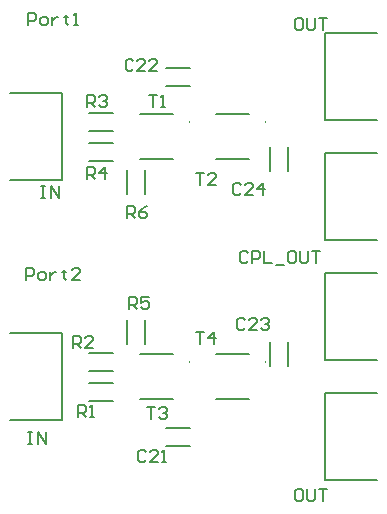
<source format=gto>
G04*
G04 #@! TF.GenerationSoftware,Altium Limited,Altium Designer,24.4.1 (13)*
G04*
G04 Layer_Color=65535*
%FSLAX25Y25*%
%MOIN*%
G70*
G04*
G04 #@! TF.SameCoordinates,70BA40AD-3E04-444A-AD5C-AF6B0887806A*
G04*
G04*
G04 #@! TF.FilePolarity,Positive*
G04*
G01*
G75*
%ADD10C,0.00787*%
%ADD11C,0.00500*%
%ADD12C,0.00600*%
%ADD13C,0.00700*%
D10*
X-29104Y-15051D02*
G03*
X-29104Y-15051I-199J0D01*
G01*
X-29104Y-95051D02*
G03*
X-29104Y-95051I-199J0D01*
G01*
X-54419Y-15051D02*
G03*
X-54419Y-15051I-199J0D01*
G01*
Y-95051D02*
G03*
X-54419Y-95051I-199J0D01*
G01*
X-45539Y-12500D02*
X-34555D01*
X-45539Y-27500D02*
X-34555D01*
X-45539Y-92500D02*
X-34555D01*
X-45539Y-107500D02*
X-34555D01*
X-70854Y-12500D02*
X-59870D01*
X-70854Y-27500D02*
X-59870D01*
X-70854Y-92500D02*
X-59870D01*
X-70854Y-107500D02*
X-59870D01*
D11*
X-114362Y-5500D02*
X-96862D01*
X-114362Y-34500D02*
X-96862D01*
Y-5500D01*
X-114362Y-85500D02*
X-96862D01*
X-114362Y-114500D02*
X-96862D01*
Y-85500D01*
X-9500Y-54500D02*
Y-25500D01*
X8000D01*
X-9500Y-54500D02*
X8000D01*
X-27547Y-23500D02*
X-27547Y-31500D01*
X-21547Y-23500D02*
X-21547Y-31500D01*
X-9500Y-94500D02*
Y-65500D01*
X8000D01*
X-9500Y-94500D02*
X8000D01*
X-62362Y3000D02*
X-54362D01*
X-62362Y-3000D02*
X-54362D01*
X-9500Y-14500D02*
Y14500D01*
X8000D01*
X-9500Y-14500D02*
X8000D01*
X-69362Y-39000D02*
Y-31000D01*
X-75362Y-39000D02*
Y-31000D01*
X-87862Y-22000D02*
X-79862D01*
X-87862Y-28000D02*
X-79862D01*
X-87862Y-12000D02*
X-79862D01*
X-87862Y-18000D02*
X-79862D01*
X-87862Y-92000D02*
X-79862D01*
X-87862Y-98000D02*
X-79862D01*
X-87862Y-102000D02*
X-79862D01*
X-87862Y-108000D02*
X-79862D01*
X-75362Y-89000D02*
Y-81000D01*
X-69362Y-89000D02*
Y-81000D01*
X-9500Y-134500D02*
Y-105500D01*
X8000D01*
X-9500Y-134500D02*
X8000D01*
X-21547Y-96500D02*
Y-88500D01*
X-27547Y-96500D02*
Y-88500D01*
X-62362Y-117000D02*
X-54362D01*
X-62362Y-123000D02*
X-54362D01*
D12*
X-52259Y-32001D02*
X-49593D01*
X-50926D01*
Y-35999D01*
X-45594D02*
X-48260D01*
X-45594Y-33334D01*
Y-32667D01*
X-46261Y-32001D01*
X-47594D01*
X-48260Y-32667D01*
X-52259Y-85001D02*
X-49593D01*
X-50926D01*
Y-88999D01*
X-46261D02*
Y-85001D01*
X-48260Y-87000D01*
X-45594D01*
X-37213Y-36167D02*
X-37879Y-35501D01*
X-39212D01*
X-39879Y-36167D01*
Y-38833D01*
X-39212Y-39499D01*
X-37879D01*
X-37213Y-38833D01*
X-33214Y-39499D02*
X-35880D01*
X-33214Y-36834D01*
Y-36167D01*
X-33881Y-35501D01*
X-35214D01*
X-35880Y-36167D01*
X-29882Y-39499D02*
Y-35501D01*
X-31881Y-37500D01*
X-29216D01*
X-108400Y17100D02*
Y21099D01*
X-106401D01*
X-105734Y20432D01*
Y19099D01*
X-106401Y18433D01*
X-108400D01*
X-103735Y17100D02*
X-102402D01*
X-101735Y17766D01*
Y19099D01*
X-102402Y19766D01*
X-103735D01*
X-104401Y19099D01*
Y17766D01*
X-103735Y17100D01*
X-100403Y19766D02*
Y17100D01*
Y18433D01*
X-99736Y19099D01*
X-99070Y19766D01*
X-98403D01*
X-95737Y20432D02*
Y19766D01*
X-96404D01*
X-95071D01*
X-95737D01*
Y17766D01*
X-95071Y17100D01*
X-93072D02*
X-91739D01*
X-92405D01*
Y21099D01*
X-93072Y20432D01*
X-17327Y19599D02*
X-18660D01*
X-19327Y18932D01*
Y16266D01*
X-18660Y15600D01*
X-17327D01*
X-16661Y16266D01*
Y18932D01*
X-17327Y19599D01*
X-15328D02*
Y16266D01*
X-14662Y15600D01*
X-13329D01*
X-12662Y16266D01*
Y19599D01*
X-11329D02*
X-8664D01*
X-9996D01*
Y15600D01*
X-103921Y-36401D02*
X-102588D01*
X-103254D01*
Y-40400D01*
X-103921D01*
X-102588D01*
X-100589D02*
Y-36401D01*
X-97923Y-40400D01*
Y-36401D01*
X-108421Y-118401D02*
X-107088D01*
X-107754D01*
Y-122400D01*
X-108421D01*
X-107088D01*
X-105089D02*
Y-118401D01*
X-102423Y-122400D01*
Y-118401D01*
X-17327Y-137401D02*
X-18660D01*
X-19327Y-138068D01*
Y-140734D01*
X-18660Y-141400D01*
X-17327D01*
X-16661Y-140734D01*
Y-138068D01*
X-17327Y-137401D01*
X-15328D02*
Y-140734D01*
X-14662Y-141400D01*
X-13329D01*
X-12662Y-140734D01*
Y-137401D01*
X-11329D02*
X-8664D01*
X-9996D01*
Y-141400D01*
X-108900Y-67900D02*
Y-63901D01*
X-106901D01*
X-106234Y-64568D01*
Y-65901D01*
X-106901Y-66567D01*
X-108900D01*
X-104235Y-67900D02*
X-102902D01*
X-102235Y-67234D01*
Y-65901D01*
X-102902Y-65234D01*
X-104235D01*
X-104901Y-65901D01*
Y-67234D01*
X-104235Y-67900D01*
X-100903Y-65234D02*
Y-67900D01*
Y-66567D01*
X-100236Y-65901D01*
X-99570Y-65234D01*
X-98903D01*
X-96237Y-64568D02*
Y-65234D01*
X-96904D01*
X-95571D01*
X-96237D01*
Y-67234D01*
X-95571Y-67900D01*
X-90906D02*
X-93572D01*
X-90906Y-65234D01*
Y-64568D01*
X-91572Y-63901D01*
X-92905D01*
X-93572Y-64568D01*
X-68028Y-6001D02*
X-65362D01*
X-66695D01*
Y-9999D01*
X-64029D02*
X-62696D01*
X-63363D01*
Y-6001D01*
X-64029Y-6667D01*
X-68694Y-110001D02*
X-66029D01*
X-67361D01*
Y-113999D01*
X-64696Y-110667D02*
X-64029Y-110001D01*
X-62696D01*
X-62030Y-110667D01*
Y-111334D01*
X-62696Y-112000D01*
X-63363D01*
X-62696D01*
X-62030Y-112666D01*
Y-113333D01*
X-62696Y-113999D01*
X-64029D01*
X-64696Y-113333D01*
X-75259Y-46999D02*
Y-43001D01*
X-73260D01*
X-72593Y-43667D01*
Y-45000D01*
X-73260Y-45666D01*
X-75259D01*
X-73926D02*
X-72593Y-46999D01*
X-68594Y-43001D02*
X-69927Y-43667D01*
X-71260Y-45000D01*
Y-46333D01*
X-70594Y-46999D01*
X-69261D01*
X-68594Y-46333D01*
Y-45666D01*
X-69261Y-45000D01*
X-71260D01*
X-74759Y-77499D02*
Y-73501D01*
X-72760D01*
X-72093Y-74167D01*
Y-75500D01*
X-72760Y-76166D01*
X-74759D01*
X-73426D02*
X-72093Y-77499D01*
X-68094Y-73501D02*
X-70760D01*
Y-75500D01*
X-69427Y-74834D01*
X-68761D01*
X-68094Y-75500D01*
Y-76833D01*
X-68761Y-77499D01*
X-70094D01*
X-70760Y-76833D01*
X-88694Y-33999D02*
Y-30001D01*
X-86695D01*
X-86029Y-30667D01*
Y-32000D01*
X-86695Y-32666D01*
X-88694D01*
X-87362D02*
X-86029Y-33999D01*
X-82696D02*
Y-30001D01*
X-84696Y-32000D01*
X-82030D01*
X-88694Y-9999D02*
Y-6001D01*
X-86695D01*
X-86029Y-6667D01*
Y-8000D01*
X-86695Y-8666D01*
X-88694D01*
X-87362D02*
X-86029Y-9999D01*
X-84696Y-6667D02*
X-84029Y-6001D01*
X-82696D01*
X-82030Y-6667D01*
Y-7333D01*
X-82696Y-8000D01*
X-83363D01*
X-82696D01*
X-82030Y-8666D01*
Y-9333D01*
X-82696Y-9999D01*
X-84029D01*
X-84696Y-9333D01*
X-93353Y-90499D02*
Y-86501D01*
X-91354D01*
X-90687Y-87167D01*
Y-88500D01*
X-91354Y-89166D01*
X-93353D01*
X-92020D02*
X-90687Y-90499D01*
X-86689D02*
X-89354D01*
X-86689Y-87833D01*
Y-87167D01*
X-87355Y-86501D01*
X-88688D01*
X-89354Y-87167D01*
X-91687Y-113499D02*
Y-109501D01*
X-89687D01*
X-89021Y-110167D01*
Y-111500D01*
X-89687Y-112166D01*
X-91687D01*
X-90354D02*
X-89021Y-113499D01*
X-87688D02*
X-86355D01*
X-87021D01*
Y-109501D01*
X-87688Y-110167D01*
X-36093Y-81167D02*
X-36759Y-80501D01*
X-38092D01*
X-38758Y-81167D01*
Y-83833D01*
X-38092Y-84499D01*
X-36759D01*
X-36093Y-83833D01*
X-32094Y-84499D02*
X-34760D01*
X-32094Y-81833D01*
Y-81167D01*
X-32760Y-80501D01*
X-34093D01*
X-34760Y-81167D01*
X-30761D02*
X-30095Y-80501D01*
X-28762D01*
X-28095Y-81167D01*
Y-81833D01*
X-28762Y-82500D01*
X-29428D01*
X-28762D01*
X-28095Y-83166D01*
Y-83833D01*
X-28762Y-84499D01*
X-30095D01*
X-30761Y-83833D01*
X-73187Y5333D02*
X-73853Y5999D01*
X-75186D01*
X-75852Y5333D01*
Y2667D01*
X-75186Y2001D01*
X-73853D01*
X-73187Y2667D01*
X-69188Y2001D02*
X-71854D01*
X-69188Y4667D01*
Y5333D01*
X-69854Y5999D01*
X-71187D01*
X-71854Y5333D01*
X-65189Y2001D02*
X-67855D01*
X-65189Y4667D01*
Y5333D01*
X-65856Y5999D01*
X-67189D01*
X-67855Y5333D01*
X-69020Y-125167D02*
X-69687Y-124501D01*
X-71020D01*
X-71686Y-125167D01*
Y-127833D01*
X-71020Y-128499D01*
X-69687D01*
X-69020Y-127833D01*
X-65022Y-128499D02*
X-67687D01*
X-65022Y-125833D01*
Y-125167D01*
X-65688Y-124501D01*
X-67021D01*
X-67687Y-125167D01*
X-63689Y-128499D02*
X-62356D01*
X-63022D01*
Y-124501D01*
X-63689Y-125167D01*
D13*
X-35061Y-58801D02*
X-35727Y-58135D01*
X-37060D01*
X-37727Y-58801D01*
Y-61467D01*
X-37060Y-62134D01*
X-35727D01*
X-35061Y-61467D01*
X-33728Y-62134D02*
Y-58135D01*
X-31729D01*
X-31062Y-58801D01*
Y-60134D01*
X-31729Y-60801D01*
X-33728D01*
X-29729Y-58135D02*
Y-62134D01*
X-27064D01*
X-25731Y-62800D02*
X-23065D01*
X-19733Y-58135D02*
X-21066D01*
X-21732Y-58801D01*
Y-61467D01*
X-21066Y-62134D01*
X-19733D01*
X-19066Y-61467D01*
Y-58801D01*
X-19733Y-58135D01*
X-17733D02*
Y-61467D01*
X-17067Y-62134D01*
X-15734D01*
X-15067Y-61467D01*
Y-58135D01*
X-13735D02*
X-11069D01*
X-12402D01*
Y-62134D01*
M02*

</source>
